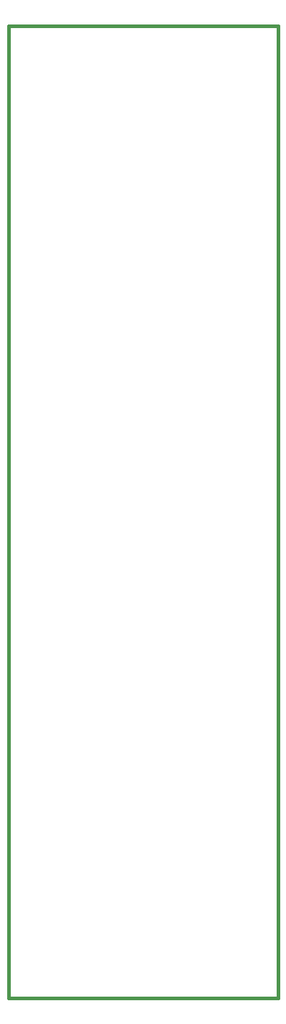
<source format=gbr>
G04 (created by PCBNEW-RS274X (2012-01-19 BZR 3256)-stable) date 12/6/2012 10:52:00 PM*
G01*
G70*
G90*
%MOIN*%
G04 Gerber Fmt 3.4, Leading zero omitted, Abs format*
%FSLAX34Y34*%
G04 APERTURE LIST*
%ADD10C,0.006000*%
%ADD11C,0.015000*%
G04 APERTURE END LIST*
G54D10*
G54D11*
X50700Y-60300D02*
X50700Y-69100D01*
X50700Y-69000D02*
X50700Y-77000D01*
X50700Y-60250D02*
X50700Y-33000D01*
X50700Y-33000D02*
X50700Y-32500D01*
X50700Y-32500D02*
X38700Y-32500D01*
X50700Y-77000D02*
X50700Y-77500D01*
X50700Y-77500D02*
X38700Y-77500D01*
X38700Y-32500D02*
X38200Y-32500D01*
X38200Y-32500D02*
X38200Y-77500D01*
X38200Y-77500D02*
X38700Y-77500D01*
M02*

</source>
